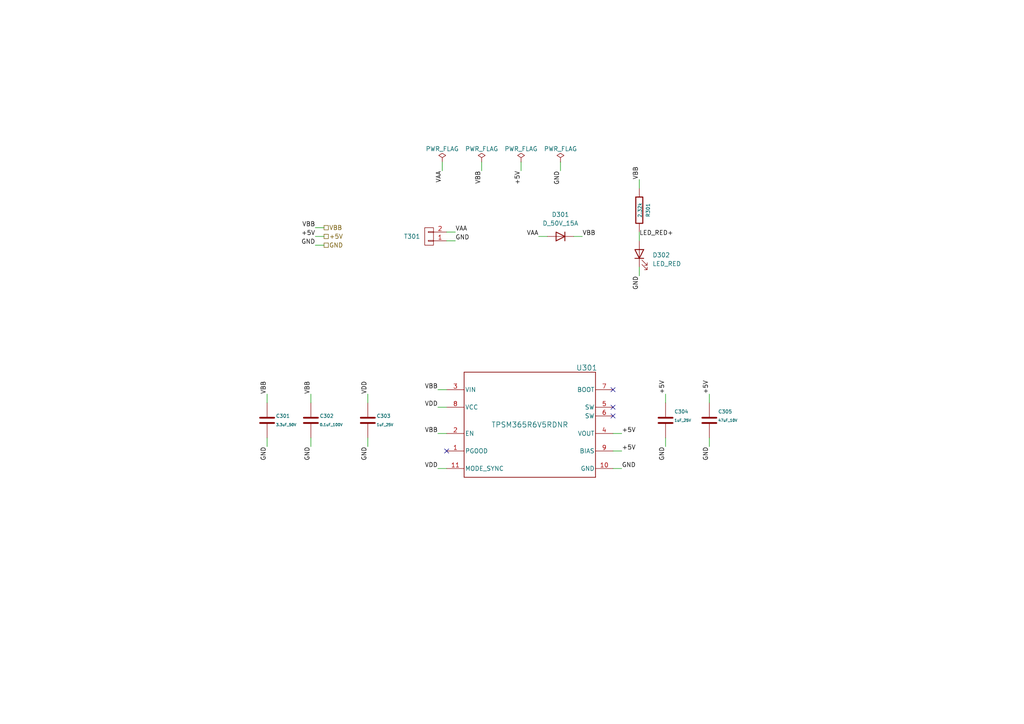
<source format=kicad_sch>
(kicad_sch (version 20230121) (generator eeschema)
  (paper "A4")
  (title_block (title "cluster-pcb") (date "2024-09-27") (rev "2.0") (company "Howard Hughes Medical Institute"))
  (lib_symbols
    (symbol "Janelia:C_0.1uF_100V_0402" (pin_numbers hide) (pin_names (offset 0.254))
      (property "Reference" "C" (at 0 2.54 0))
      (property "Value" "0.1uF_100V" (at 0 0 0))
      (symbol "C_0.1uF_100V_0402_0_1"
        (polyline (pts (xy -2.032 -0.762) (xy 2.032 -0.762)) (stroke (width 0.508)))
        (polyline (pts (xy -2.032 0.762) (xy 2.032 0.762)) (stroke (width 0.508)))
      )
      (symbol "C_0.1uF_100V_0402_1_1"
        (pin passive line (at 0 5.08 270) (length 4.318) (name "~") (number "1"))
        (pin passive line (at 0 -5.08 90) (length 4.318) (name "~") (number "2"))
      )
    )
    (symbol "Janelia:C_1uF_25V_0402" (pin_numbers hide) (pin_names (offset 0.254))
      (property "Reference" "C" (at 0 2.54 0))
      (property "Value" "1uF_25V" (at 0 0 0))
      (symbol "C_1uF_25V_0402_0_1"
        (polyline (pts (xy -2.032 -0.762) (xy 2.032 -0.762)) (stroke (width 0.508)))
        (polyline (pts (xy -2.032 0.762) (xy 2.032 0.762)) (stroke (width 0.508)))
      )
      (symbol "C_1uF_25V_0402_1_1"
        (pin passive line (at 0 5.08 270) (length 4.318) (name "~") (number "1"))
        (pin passive line (at 0 -5.08 90) (length 4.318) (name "~") (number "2"))
      )
    )
    (symbol "Janelia:C_3.3uF_50V_1210" (pin_numbers hide) (pin_names (offset 0.254))
      (property "Reference" "C" (at 0 2.54 0))
      (property "Value" "3.3uF_50V" (at 0 0 0))
      (symbol "C_3.3uF_50V_1210_0_1"
        (polyline (pts (xy -2.032 -0.762) (xy 2.032 -0.762)) (stroke (width 0.508)))
        (polyline (pts (xy -2.032 0.762) (xy 2.032 0.762)) (stroke (width 0.508)))
      )
      (symbol "C_3.3uF_50V_1210_1_1"
        (pin passive line (at 0 5.08 270) (length 4.318) (name "~") (number "1"))
        (pin passive line (at 0 -5.08 90) (length 4.318) (name "~") (number "2"))
      )
    )
    (symbol "Janelia:C_47uF_10V_0805" (pin_numbers hide) (pin_names (offset 0.254))
      (property "Reference" "C" (at 0 2.54 0))
      (property "Value" "47uF_10V" (at 0 0 0))
      (symbol "C_47uF_10V_0805_0_1"
        (polyline (pts (xy -2.032 -0.762) (xy 2.032 -0.762)) (stroke (width 0.508)))
        (polyline (pts (xy -2.032 0.762) (xy 2.032 0.762)) (stroke (width 0.508)))
      )
      (symbol "C_47uF_10V_0805_1_1"
        (pin passive line (at 0 5.08 270) (length 4.318) (name "~") (number "1"))
        (pin passive line (at 0 -5.08 90) (length 4.318) (name "~") (number "2"))
      )
    )
    (symbol "Janelia:D_50V_15A" (pin_numbers hide) (pin_names (offset 1.016) hide)
      (property "Reference" "D" (at 0 2.54 0))
      (property "Value" "D_50V_15A" (at 0 -2.54 0))
      (symbol "D_50V_15A_0_1"
        (polyline (pts (xy -1.27 1.27) (xy -1.27 -1.27)) (stroke (width 0.254)))
        (polyline (pts (xy 1.27 0) (xy -1.27 0)))
        (polyline (pts (xy 1.27 1.27) (xy 1.27 -1.27) (xy -1.27 0) (xy 1.27 1.27)) (stroke (width 0.254)))
      )
      (symbol "D_50V_15A_1_1"
        (pin passive line (at -3.81 0 0) (length 2.54) (name "K") (number "1"))
        (pin passive line (at 3.81 0 180) (length 2.54) (name "A") (number "2"))
      )
    )
    (symbol "Janelia:LED_KNB_20mA_RED_1.95V_0402" (pin_numbers hide) (pin_names (offset 1.016) hide)
      (property "Reference" "D" (at 0 2.54 0))
      (property "Value" "LED_RED" (at 0 -2.54 0))
      (symbol "LED_KNB_20mA_RED_1.95V_0402_0_1"
        (polyline (pts (xy -1.27 -1.27) (xy -1.27 1.27)) (stroke (width 0.254)))
        (polyline (pts (xy -1.27 0) (xy 1.27 0)))
        (polyline (pts (xy 1.27 -1.27) (xy 1.27 1.27) (xy -1.27 0) (xy 1.27 -1.27)) (stroke (width 0.254)))
        (polyline (pts (xy -3.048 -0.762) (xy -4.572 -2.286) (xy -3.81 -2.286) (xy -4.572 -2.286) (xy -4.572 -1.524)))
        (polyline (pts (xy -1.778 -0.762) (xy -3.302 -2.286) (xy -2.54 -2.286) (xy -3.302 -2.286) (xy -3.302 -1.524)))
      )
      (symbol "LED_KNB_20mA_RED_1.95V_0402_1_1"
        (pin passive line (at -3.81 0 0) (length 2.54) (name "K") (number "1"))
        (pin passive line (at 3.81 0 180) (length 2.54) (name "A") (number "2"))
      )
    )
    (symbol "Janelia:R_2.32k_1W_0805" (pin_numbers hide) (pin_names (offset 0))
      (property "Reference" "R" (at 2.032 0 90))
      (property "Value" "2.32k" (at 0.1778 0.0254 90))
      (symbol "R_2.32k_1W_0805_0_1"
        (rectangle (start -1.016 3.81) (end 1.016 -3.81) (stroke (width 0.3048)))
      )
      (symbol "R_2.32k_1W_0805_1_1"
        (pin passive line (at 0 6.35 270) (length 2.54) (name "~") (number "1"))
        (pin passive line (at 0 -6.35 90) (length 2.54) (name "~") (number "2"))
      )
    )
    (symbol "Janelia:TERM_BLK_HDR_2POS_90DEG_0.2IN" (pin_names (offset 1.016) hide)
      (property "Reference" "T" (at 0 3.81 0))
      (symbol "TERM_BLK_HDR_2POS_90DEG_0.2IN_0_1"
        (rectangle (start -1.27 -1.143) (end 0.254 -1.397))
        (rectangle (start -1.27 1.397) (end 0.254 1.143))
        (rectangle (start -1.27 2.54) (end 1.27 -2.54))
      )
      (symbol "TERM_BLK_HDR_2POS_90DEG_0.2IN_1_1"
        (pin passive line (at -5.08 1.27 0) (length 3.81) (name "P1") (number "1"))
        (pin passive line (at -5.08 -1.27 0) (length 3.81) (name "P2") (number "2"))
      )
    )
    (symbol "Janelia:TPSM365R6V5RDNR" (pin_names (offset 0.254))
      (property "Reference" "U" (at 16.51 16.51 0))
      (property "Value" "TPSM365R6V5RDNR" (at 0 0 0))
      (symbol "TPSM365R6V5RDNR_0_1"
        (polyline (pts (xy -19.05 -15.24) (xy 19.05 -15.24)) (stroke (width 0.2032)))
        (polyline (pts (xy -19.05 15.24) (xy -19.05 -15.24)) (stroke (width 0.2032)))
        (polyline (pts (xy 19.05 -15.24) (xy 19.05 15.24)) (stroke (width 0.2032)))
        (polyline (pts (xy 19.05 15.24) (xy -19.05 15.24)) (stroke (width 0.2032)))
        (pin open_collector line (at -24.13 -7.62 0) (length 5.08) (name "PGOOD") (number "1"))
        (pin power_in line (at 24.13 -12.7 180) (length 5.08) (name "GND") (number "10"))
        (pin unspecified line (at -24.13 -12.7 0) (length 5.08) (name "MODE_SYNC") (number "11"))
        (pin input line (at -24.13 -2.54 0) (length 5.08) (name "EN") (number "2"))
        (pin power_in line (at -24.13 10.16 0) (length 5.08) (name "VIN") (number "3"))
        (pin unspecified line (at 24.13 -2.54 180) (length 5.08) (name "VOUT") (number "4"))
        (pin unspecified line (at 24.13 5.08 180) (length 5.08) (name "SW") (number "5"))
        (pin unspecified line (at 24.13 2.54 180) (length 5.08) (name "SW") (number "6"))
        (pin unspecified line (at 24.13 10.16 180) (length 5.08) (name "BOOT") (number "7"))
        (pin unspecified line (at -24.13 5.08 0) (length 5.08) (name "VCC") (number "8"))
        (pin unspecified line (at 24.13 -7.62 180) (length 5.08) (name "BIAS") (number "9"))
      )
    )
    (symbol "power:PWR_FLAG" (power) (pin_numbers hide) (pin_names (offset 0) hide)
      (property "Value" "PWR_FLAG" (at 0 3.81 0))
      (symbol "PWR_FLAG_0_0"
        (pin power_out line (at 0 0 90) (length 0) (name "pwr") (number "1"))
      )
      (symbol "PWR_FLAG_0_1"
        (polyline (pts (xy 0 0) (xy 0 1.27) (xy -1.016 1.905) (xy 0 2.54) (xy 1.016 1.905) (xy 0 1.27)))
      )
    )
  )
  (no_connect (at 177.8 118.11))
  (no_connect (at 177.8 120.65))
  (no_connect (at 129.54 130.81))
  (no_connect (at 177.8 113.03))
  (wire (pts (xy 205.74 116.84) (xy 205.74 114.3)))
  (wire (pts (xy 129.54 113.03) (xy 127 113.03)))
  (wire (pts (xy 93.98 71.12) (xy 91.44 71.12)))
  (wire (pts (xy 166.37 68.58) (xy 168.91 68.58)))
  (wire (pts (xy 177.8 125.73) (xy 180.34 125.73)))
  (wire (pts (xy 185.42 54.61) (xy 185.42 52.07)))
  (wire (pts (xy 129.54 135.89) (xy 127 135.89)))
  (wire (pts (xy 128.27 46.99) (xy 128.27 49.53)))
  (wire (pts (xy 139.7 46.99) (xy 139.7 49.53)))
  (wire (pts (xy 93.98 68.58) (xy 91.44 68.58)))
  (wire (pts (xy 90.17 116.84) (xy 90.17 114.3)))
  (wire (pts (xy 106.68 127) (xy 106.68 129.54)))
  (wire (pts (xy 177.8 130.81) (xy 180.34 130.81)))
  (wire (pts (xy 77.47 127) (xy 77.47 129.54)))
  (wire (pts (xy 93.98 66.04) (xy 91.44 66.04)))
  (wire (pts (xy 129.54 69.85) (xy 132.08 69.85)))
  (wire (pts (xy 129.54 67.31) (xy 132.08 67.31)))
  (wire (pts (xy 193.04 116.84) (xy 193.04 114.3)))
  (wire (pts (xy 77.47 116.84) (xy 77.47 114.3)))
  (wire (pts (xy 193.04 127) (xy 193.04 129.54)))
  (wire (pts (xy 158.75 68.58) (xy 156.21 68.58)))
  (wire (pts (xy 90.17 127) (xy 90.17 129.54)))
  (wire (pts (xy 129.54 125.73) (xy 127 125.73)))
  (wire (pts (xy 106.68 116.84) (xy 106.68 114.3)))
  (wire (pts (xy 177.8 135.89) (xy 180.34 135.89)))
  (wire (pts (xy 185.42 67.31) (xy 185.42 69.85)))
  (wire (pts (xy 129.54 118.11) (xy 127 118.11)))
  (wire (pts (xy 151.13 46.99) (xy 151.13 49.53)))
  (wire (pts (xy 162.56 46.99) (xy 162.56 49.53)))
  (wire (pts (xy 205.74 127) (xy 205.74 129.54)))
  (wire (pts (xy 185.42 77.47) (xy 185.42 80.01)))
  (label "VBB" (at 185.42 52.07 90))
  (label "+5V" (at 180.34 130.81 0))
  (label "VAA" (at 128.27 49.53 270))
  (label "VAA" (at 156.21 68.58 180))
  (label "GND" (at 180.34 135.89 0))
  (label "VBB" (at 90.17 114.3 90))
  (label "+5V" (at 205.74 114.3 90))
  (label "GND" (at 162.56 49.53 270))
  (label "GND" (at 132.08 69.85 0))
  (label "VDD" (at 127 118.11 180))
  (label "VBB" (at 127 125.73 180))
  (label "VAA" (at 132.08 67.31 0))
  (label "VBB" (at 168.91 68.58 0))
  (label "GND" (at 193.04 129.54 270))
  (label "VDD" (at 106.68 114.3 90))
  (label "GND" (at 205.74 129.54 270))
  (label "LED_RED+" (at 185.42 68.58 0))
  (label "VBB" (at 139.7 49.53 270))
  (label "+5V" (at 193.04 114.3 90))
  (label "VBB" (at 91.44 66.04 180))
  (label "VDD" (at 127 135.89 180))
  (label "VBB" (at 77.47 114.3 90))
  (label "+5V" (at 151.13 49.53 270))
  (label "VBB" (at 127 113.03 180))
  (label "GND" (at 91.44 71.12 180))
  (label "GND" (at 77.47 129.54 270))
  (label "+5V" (at 91.44 68.58 180))
  (label "GND" (at 106.68 129.54 270))
  (label "GND" (at 185.42 80.01 270))
  (label "+5V" (at 180.34 125.73 0))
  (label "GND" (at 90.17 129.54 270))
  (hierarchical_label "+5V" (shape passive) (at 93.98 68.58 0))
  (hierarchical_label "GND" (shape passive) (at 93.98 71.12 0))
  (hierarchical_label "VBB" (shape passive) (at 93.98 66.04 0))
  (symbol (lib_id "Janelia:TERM_BLK_HDR_2POS_90DEG_0.2IN") (at 124.46 68.58 180) (unit 1)
    (property "Reference" "T301" (at 121.92 68.58 0) (effects (justify left)))
    (property "Value" "TERM_BLK_HDR_2POS_90DEG_0.2IN" (effects hide))
    (property "Footprint" "Janelia:PHOENIX_1757242" (effects hide))
    (property "Vendor" "Digi-Key" (effects hide))
    (property "Vendor Part Number" "277-1106-ND" (effects hide))
    (property "Synopsis" "TERM BLOCK HDR 2POS 90DEG 5.08MM" (effects hide))
    (property "Manufacturer" "Phoenix Contact" (effects hide))
    (property "Manufacturer Part Number" "1757242" (effects hide))
    (property "Sim.Enable" "0" (effects hide))
    (property "LCSC" "C90074" (effects hide))
    (property "Package" "Push-Pull P=5.08mm" (effects hide))
  )
  (symbol (lib_id "power:PWR_FLAG") (at 128.27 46.99 0) (unit 1)
    (property "Reference" "#FLG0301" (effects hide))
    (property "Value" "PWR_FLAG" (at 128.27 43.18 0))
  )
  (symbol (lib_id "Janelia:C_1uF_25V_0402") (at 106.68 121.92 0) (unit 1)
    (property "Reference" "C303" (at 109.22 120.65 0) (effects (font (size 1.016 1.016)) (justify left)))
    (property "Value" "1uF_25V" (at 109.22 123.19 0) (effects (font (size 0.762 0.762)) (justify left)))
    (property "Footprint" "Janelia:C_0402_1005Metric" (effects hide))
    (property "Vendor" "Digi-Key" (effects hide))
    (property "Vendor Part Number" "490-12263-1-ND" (effects hide))
    (property "Synopsis" "CAP CER 1UF 25V X5R" (effects hide))
    (property "Package" "0402" (effects hide))
    (property "Manufacturer" "Murata Electronics" (effects hide))
    (property "Manufacturer Part Number" "GRT155R61E105KE01D" (effects hide))
    (property "LCSC" "C711085" (effects hide))
  )
  (symbol (lib_id "power:PWR_FLAG") (at 162.56 46.99 0) (unit 1)
    (property "Reference" "#FLG0305" (effects hide))
    (property "Value" "PWR_FLAG" (at 162.56 43.18 0))
  )
  (symbol (lib_id "Janelia:TPSM365R6V5RDNR") (at 153.67 123.19 0) (unit 1)
    (property "Reference" "U301" (at 170.18 106.68 0) (effects (font (size 1.524 1.524))))
    (property "Value" "TPSM365R6V5RDNR" (at 153.67 123.19 0) (effects (font (size 1.524 1.524))))
    (property "Footprint" "Janelia:RDN0011A-MFG" (effects hide))
    (property "Synopsis" "DC-DC 5V 600mA Output 3-65V Input" (effects hide))
    (property "Manufacturer" "Texas Instruments" (effects hide))
    (property "Manufacturer Part Number" "TPSM365R6V5RDNR" (effects hide))
    (property "Vendor" "Digi-Key" (effects hide))
    (property "Vendor Part Number" "296-TPSM365R6V5RDNRCT-ND" (effects hide))
    (property "LCSC" "C19078014" (effects hide))
    (property "Package" "QFN-11(3.5x4.5)" (effects hide))
  )
  (symbol (lib_id "power:PWR_FLAG") (at 139.7 46.99 0) (unit 1)
    (property "Reference" "#FLG0302" (effects hide))
    (property "Value" "PWR_FLAG" (at 139.7 43.18 0))
  )
  (symbol (lib_id "power:PWR_FLAG") (at 151.13 46.99 0) (unit 1)
    (property "Reference" "#FLG0304" (effects hide))
    (property "Value" "PWR_FLAG" (at 151.13 43.18 0))
  )
  (symbol (lib_id "Janelia:C_47uF_10V_0805") (at 205.74 121.92 0) (unit 1)
    (property "Reference" "C305" (at 208.28 119.38 0) (effects (font (size 1.016 1.016)) (justify left)))
    (property "Value" "47uF_10V" (at 208.28 121.92 0) (effects (font (size 0.762 0.762)) (justify left)))
    (property "Footprint" "Janelia:C_0805_2012Metric" (effects hide))
    (property "Vendor" "Digi-Key" (effects hide))
    (property "Vendor Part Number" "445-8239-1-ND" (effects hide))
    (property "Package" "0805" (effects hide))
    (property "Manufacturer" "TDK Corporation" (effects hide))
    (property "Manufacturer Part Number" "C2012X5R1A476M125AC" (effects hide))
    (property "Synopsis" "CAP CER 47UF 10V X5R" (effects hide))
    (property "LCSC" "C2182652" (effects hide))
  )
  (symbol (lib_id "Janelia:C_0.1uF_100V_0402") (at 90.17 121.92 0) (unit 1)
    (property "Reference" "C302" (at 92.71 120.65 0) (effects (font (size 1.016 1.016)) (justify left)))
    (property "Value" "0.1uF_100V" (at 92.71 123.19 0) (effects (font (size 0.762 0.762)) (justify left)))
    (property "Footprint" "Janelia:C_0402_1005Metric" (effects hide))
    (property "Vendor" "Digi-Key" (effects hide))
    (property "Vendor Part Number" "490-10458-1-ND" (effects hide))
    (property "Synopsis" "CAP CER 0.1UF 100V X5R" (effects hide))
    (property "Manufacturer" "Murata Electronics" (effects hide))
    (property "Manufacturer Part Number" "GRM155R62A104KE14D" (effects hide))
    (property "Package" "0402" (effects hide))
    (property "LCSC" "C162178" (effects hide))
  )
  (symbol (lib_id "Janelia:D_50V_15A") (at 162.56 68.58 180) (unit 1)
    (property "Reference" "D301" (at 162.56 62.23 0))
    (property "Value" "D_50V_15A" (at 162.56 64.77 0))
    (property "Footprint" "Janelia:POWERDI5_DIO" (effects hide))
    (property "Sim.Pins" "1=K 2=A" (effects hide))
    (property "Synopsis" "50V 15A PowerDI-5 Super Barrier Rectifier" (effects hide))
    (property "Package" "PowerDI-5" (effects hide))
    (property "Manufacturer" "Diodes Incorporated" (effects hide))
    (property "Manufacturer Part Number" "SBRT15U50SP5-13" (effects hide))
    (property "Vendor" "Digi-Key" (effects hide))
    (property "Vendor Part Number" "SBRT15U50SP5-13DICT-ND" (effects hide))
    (property "LCSC" "C211388" (effects hide))
    (property "Sim.Enable" "0" (effects hide))
  )
  (symbol (lib_id "Janelia:C_3.3uF_50V_1210") (at 77.47 121.92 0) (unit 1)
    (property "Reference" "C301" (at 80.01 120.65 0) (effects (font (size 1.016 1.016)) (justify left)))
    (property "Value" "3.3uF_50V" (at 80.01 123.19 0) (effects (font (size 0.762 0.762)) (justify left)))
    (property "Footprint" "Janelia:C_1210_3225Metric" (effects hide))
    (property "Vendor" "JLCPCB" (effects hide))
    (property "Vendor Part Number" "C1021610" (effects hide))
    (property "Synopsis" "50V 3.3uF" (effects hide))
    (property "Package" "1210" (effects hide))
    (property "Manufacturer" "PSA(Prosperity Dielectrics)" (effects hide))
    (property "Manufacturer Part Number" "FS32X335K500EGG" (effects hide))
    (property "LCSC" "C1021610" (effects hide))
  )
  (symbol (lib_id "Janelia:LED_KNB_20mA_RED_1.95V_0402") (at 185.42 73.66 90) (unit 1)
    (property "Reference" "D302" (at 189.23 73.9775 90) (effects (justify right)))
    (property "Value" "LED_RED" (at 189.23 76.5175 90) (effects (justify right)))
    (property "Footprint" "Janelia:LED_0402-1005_KNB" (effects hide))
    (property "Synopsis" "LED RED CLEAR CHIP SMD" (effects hide))
    (property "Package" "0402" (effects hide))
    (property "Manufacturer" "Kingbright" (effects hide))
    (property "Manufacturer Part Number" "APHHS1005SURCK" (effects hide))
    (property "Vendor" "Digi-Key" (effects hide))
    (property "Vendor Part Number" "754-1104-1-ND" (effects hide))
    (property "LCSC" "C2852592" (effects hide))
  )
  (symbol (lib_id "Janelia:C_1uF_25V_0402") (at 193.04 121.92 0) (unit 1)
    (property "Reference" "C304" (at 195.58 119.38 0) (effects (font (size 1.016 1.016)) (justify left)))
    (property "Value" "1uF_25V" (at 195.58 121.92 0) (effects (font (size 0.762 0.762)) (justify left)))
    (property "Footprint" "Janelia:C_0402_1005Metric" (effects hide))
    (property "Vendor" "Digi-Key" (effects hide))
    (property "Vendor Part Number" "490-12263-1-ND" (effects hide))
    (property "Synopsis" "CAP CER 1UF 25V X5R" (effects hide))
    (property "Package" "0402" (effects hide))
    (property "Manufacturer" "Murata Electronics" (effects hide))
    (property "Manufacturer Part Number" "GRT155R61E105KE01D" (effects hide))
    (property "LCSC" "C711085" (effects hide))
  )
  (symbol (lib_id "Janelia:R_2.32k_1W_0805") (at 185.42 60.96 0) (unit 1)
    (property "Reference" "R301" (at 187.96 60.96 90) (effects (font (size 1.016 1.016))))
    (property "Value" "2.32k" (at 185.5978 60.9346 90) (effects (font (size 1.016 1.016))))
    (property "Footprint" "Janelia:R_0805_2012Metric" (effects hide))
    (property "Package" "0805" (effects hide))
    (property "Manufacturer" "TE Connectivity Passive Product" (effects hide))
    (property "Manufacturer Part Number" "RA73F2A2K32BTD" (effects hide))
    (property "Vendor" "Digi-Key" (effects hide))
    (property "Vendor Part Number" "1712-RA73F2A2K32BTDCT-ND" (effects hide))
    (property "Synopsis" "RA73F 2A 2K32 0.1% 5K RL" (effects hide))
    (property "LCSC" "C3961061" (effects hide))
  )
)
</source>
